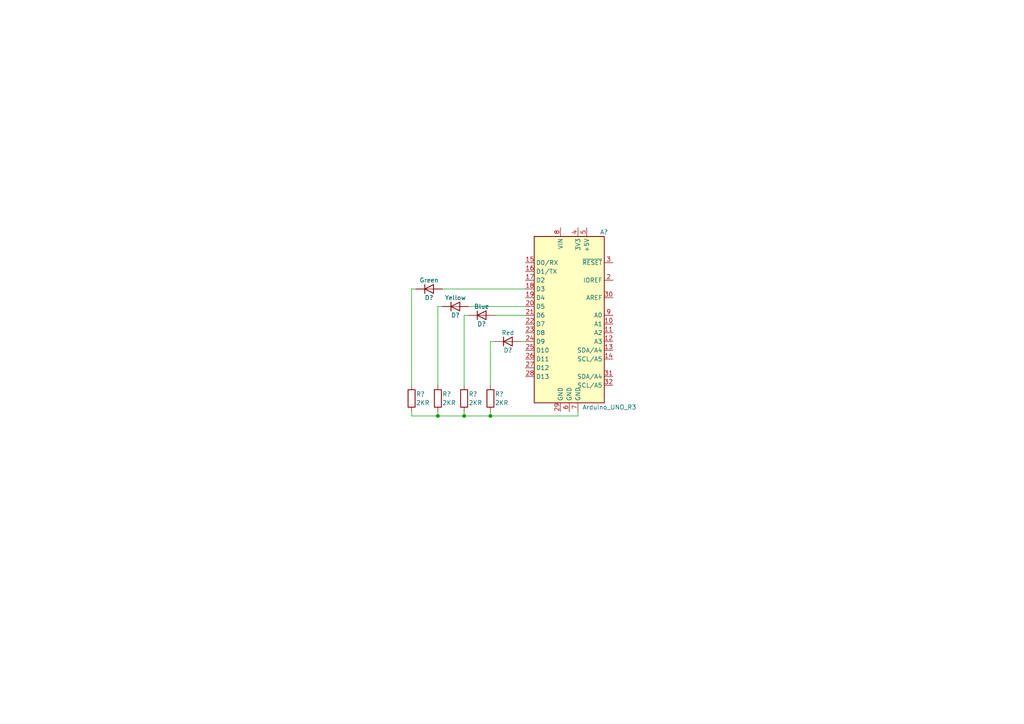
<source format=kicad_sch>
(kicad_sch (version 20211123) (generator eeschema)
  (paper "A4")
  (title_block (title "Arduino Light Control Schematic") (date "2023-03-16") (rev "01") (company "Johnathan Trachte"))
  (lib_symbols
    (symbol "Device:D" (pin_numbers hide) (pin_names (offset 1.016) hide)
      (property "Reference" "D" (at 0 2.54 0))
      (property "Value" "D" (at 0 -2.54 0))
      (symbol "D_0_1"
        (polyline (pts (xy -1.27 1.27) (xy -1.27 -1.27)) (stroke (width 0.254)))
        (polyline (pts (xy 1.27 0) (xy -1.27 0)))
        (polyline (pts (xy 1.27 1.27) (xy 1.27 -1.27) (xy -1.27 0) (xy 1.27 1.27)) (stroke (width 0.254)))
      )
      (symbol "D_1_1"
        (pin passive line (at -3.81 0 0) (length 2.54) (name "K") (number "1"))
        (pin passive line (at 3.81 0 180) (length 2.54) (name "A") (number "2"))
      )
    )
    (symbol "Device:R" (pin_numbers hide) (pin_names (offset 0))
      (property "Reference" "R" (at 2.032 0 90))
      (property "Value" "R" (at 0 0 90))
      (symbol "R_0_1"
        (rectangle (start -1.016 -2.54) (end 1.016 2.54) (stroke (width 0.254)))
      )
      (symbol "R_1_1"
        (pin passive line (at 0 3.81 270) (length 1.27) (name "~") (number "1"))
        (pin passive line (at 0 -3.81 90) (length 1.27) (name "~") (number "2"))
      )
    )
    (symbol "MCU_Module:Arduino_UNO_R3"
      (property "Reference" "A" (at -10.16 23.495 0))
      (property "Value" "Arduino_UNO_R3" (at 5.08 -26.67 0))
      (symbol "Arduino_UNO_R3_0_1"
        (rectangle (start -10.16 22.86) (end 10.16 -25.4) (stroke (width 0.254)) (fill (type background)))
      )
      (symbol "Arduino_UNO_R3_1_1"
        (pin no_connect line (at -10.16 -20.32 0) (length 2.54) hide (name "NC") (number "1"))
        (pin bidirectional line (at 12.7 -2.54 180) (length 2.54) (name "A1") (number "10"))
        (pin bidirectional line (at 12.7 -5.08 180) (length 2.54) (name "A2") (number "11"))
        (pin bidirectional line (at 12.7 -7.62 180) (length 2.54) (name "A3") (number "12"))
        (pin bidirectional line (at 12.7 -10.16 180) (length 2.54) (name "SDA/A4") (number "13"))
        (pin bidirectional line (at 12.7 -12.7 180) (length 2.54) (name "SCL/A5") (number "14"))
        (pin bidirectional line (at -12.7 15.24 0) (length 2.54) (name "D0/RX") (number "15"))
        (pin bidirectional line (at -12.7 12.7 0) (length 2.54) (name "D1/TX") (number "16"))
        (pin bidirectional line (at -12.7 10.16 0) (length 2.54) (name "D2") (number "17"))
        (pin bidirectional line (at -12.7 7.62 0) (length 2.54) (name "D3") (number "18"))
        (pin bidirectional line (at -12.7 5.08 0) (length 2.54) (name "D4") (number "19"))
        (pin output line (at 12.7 10.16 180) (length 2.54) (name "IOREF") (number "2"))
        (pin bidirectional line (at -12.7 2.54 0) (length 2.54) (name "D5") (number "20"))
        (pin bidirectional line (at -12.7 0 0) (length 2.54) (name "D6") (number "21"))
        (pin bidirectional line (at -12.7 -2.54 0) (length 2.54) (name "D7") (number "22"))
        (pin bidirectional line (at -12.7 -5.08 0) (length 2.54) (name "D8") (number "23"))
        (pin bidirectional line (at -12.7 -7.62 0) (length 2.54) (name "D9") (number "24"))
        (pin bidirectional line (at -12.7 -10.16 0) (length 2.54) (name "D10") (number "25"))
        (pin bidirectional line (at -12.7 -12.7 0) (length 2.54) (name "D11") (number "26"))
        (pin bidirectional line (at -12.7 -15.24 0) (length 2.54) (name "D12") (number "27"))
        (pin bidirectional line (at -12.7 -17.78 0) (length 2.54) (name "D13") (number "28"))
        (pin power_in line (at -2.54 -27.94 90) (length 2.54) (name "GND") (number "29"))
        (pin input line (at 12.7 15.24 180) (length 2.54) (name "~{RESET}") (number "3"))
        (pin input line (at 12.7 5.08 180) (length 2.54) (name "AREF") (number "30"))
        (pin bidirectional line (at 12.7 -17.78 180) (length 2.54) (name "SDA/A4") (number "31"))
        (pin bidirectional line (at 12.7 -20.32 180) (length 2.54) (name "SCL/A5") (number "32"))
        (pin power_out line (at 2.54 25.4 270) (length 2.54) (name "3V3") (number "4"))
        (pin power_out line (at 5.08 25.4 270) (length 2.54) (name "+5V") (number "5"))
        (pin power_in line (at 0 -27.94 90) (length 2.54) (name "GND") (number "6"))
        (pin power_in line (at 2.54 -27.94 90) (length 2.54) (name "GND") (number "7"))
        (pin power_in line (at -2.54 25.4 270) (length 2.54) (name "VIN") (number "8"))
        (pin bidirectional line (at 12.7 0 180) (length 2.54) (name "A0") (number "9"))
      )
    )
  )
  (junction (at 127 120.65))
  (junction (at 134.62 120.65))
  (junction (at 142.24 120.65))
  (wire (pts (xy 128.27 83.82) (xy 152.4 83.82)))
  (wire (pts (xy 167.64 120.65) (xy 167.64 119.38)))
  (wire (pts (xy 142.24 99.06) (xy 143.51 99.06)))
  (wire (pts (xy 134.62 91.44) (xy 134.62 111.76)))
  (wire (pts (xy 134.62 120.65) (xy 142.24 120.65)))
  (wire (pts (xy 134.62 119.38) (xy 134.62 120.65)))
  (wire (pts (xy 127 88.9) (xy 128.27 88.9)))
  (wire (pts (xy 119.38 120.65) (xy 127 120.65)))
  (wire (pts (xy 127 120.65) (xy 134.62 120.65)))
  (wire (pts (xy 119.38 83.82) (xy 119.38 111.76)))
  (wire (pts (xy 142.24 119.38) (xy 142.24 120.65)))
  (wire (pts (xy 127 88.9) (xy 127 111.76)))
  (wire (pts (xy 142.24 120.65) (xy 167.64 120.65)))
  (wire (pts (xy 134.62 91.44) (xy 135.89 91.44)))
  (wire (pts (xy 119.38 119.38) (xy 119.38 120.65)))
  (wire (pts (xy 142.24 99.06) (xy 142.24 111.76)))
  (wire (pts (xy 151.13 99.06) (xy 152.4 99.06)))
  (wire (pts (xy 119.38 83.82) (xy 120.65 83.82)))
  (wire (pts (xy 143.51 91.44) (xy 152.4 91.44)))
  (wire (pts (xy 127 119.38) (xy 127 120.65)))
  (wire (pts (xy 135.89 88.9) (xy 152.4 88.9)))
  (symbol (lib_id "Device:D") (at 124.46 83.82 0) (unit 1)
    (property "Reference" "D?" (at 124.46 86.36 0))
    (property "Value" "Green" (at 124.46 81.28 0))
  )
  (symbol (lib_id "Device:D") (at 147.32 99.06 0) (unit 1)
    (property "Reference" "D?" (at 147.32 101.6 0))
    (property "Value" "Red" (at 147.32 96.52 0))
  )
  (symbol (lib_id "MCU_Module:Arduino_UNO_R3") (at 165.1 91.44 0) (unit 1)
    (property "Reference" "A?" (at 173.99 67.31 0) (effects (justify left)))
    (property "Value" "Arduino_UNO_R3" (at 168.91 118.11 0) (effects (justify left)))
    (property "Footprint" "Module:Arduino_UNO_R3" (effects hide))
    (property "Datasheet" "https://www.arduino.cc/en/Main/arduinoBoardUno" (effects hide))
  )
  (symbol (lib_id "Device:R") (at 119.38 115.57 0) (unit 1)
    (property "Reference" "R?" (at 120.65 114.3 0) (effects (justify left)))
    (property "Value" "2KR" (at 120.65 116.84 0) (effects (justify left)))
  )
  (symbol (lib_id "Device:R") (at 127 115.57 0) (unit 1)
    (property "Reference" "R?" (at 128.27 114.3 0) (effects (justify left)))
    (property "Value" "2KR" (at 128.27 116.84 0) (effects (justify left)))
  )
  (symbol (lib_id "Device:R") (at 134.62 115.57 0) (unit 1)
    (property "Reference" "R?" (at 135.89 114.3 0) (effects (justify left)))
    (property "Value" "2KR" (at 135.89 116.84 0) (effects (justify left)))
  )
  (symbol (lib_id "Device:D") (at 139.7 91.44 0) (unit 1)
    (property "Reference" "D?" (at 139.7 93.98 0))
    (property "Value" "Blue" (at 139.7 88.9 0))
  )
  (symbol (lib_id "Device:R") (at 142.24 115.57 0) (unit 1)
    (property "Reference" "R?" (at 143.51 114.3 0) (effects (justify left)))
    (property "Value" "2KR" (at 143.51 116.84 0) (effects (justify left)))
  )
  (symbol (lib_id "Device:D") (at 132.08 88.9 0) (unit 1)
    (property "Reference" "D?" (at 132.08 91.44 0))
    (property "Value" "Yellow" (at 132.08 86.36 0))
  )
)
</source>
